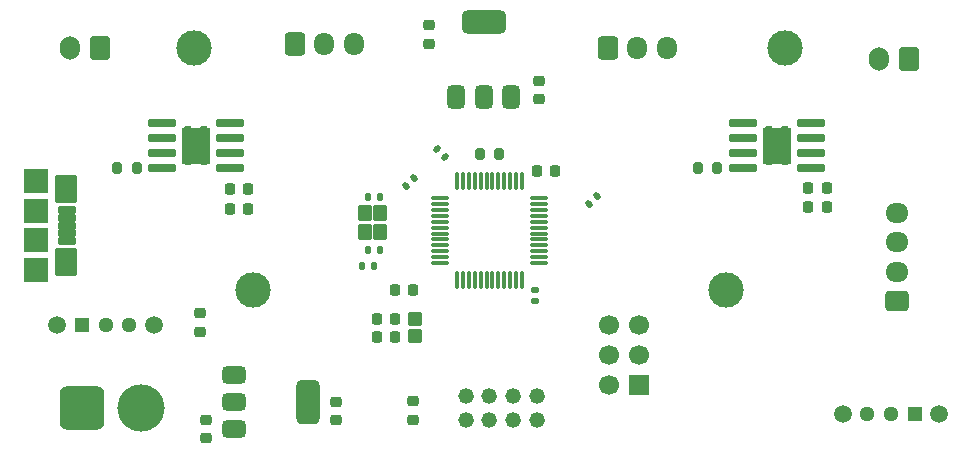
<source format=gts>
G04 #@! TF.GenerationSoftware,KiCad,Pcbnew,9.0.2+dfsg-1*
G04 #@! TF.CreationDate,2025-08-18T20:52:40-04:00*
G04 #@! TF.ProjectId,Complex_Controller_V1,436f6d70-6c65-4785-9f43-6f6e74726f6c,rev?*
G04 #@! TF.SameCoordinates,Original*
G04 #@! TF.FileFunction,Soldermask,Top*
G04 #@! TF.FilePolarity,Negative*
%FSLAX46Y46*%
G04 Gerber Fmt 4.6, Leading zero omitted, Abs format (unit mm)*
G04 Created by KiCad (PCBNEW 9.0.2+dfsg-1) date 2025-08-18 20:52:40*
%MOMM*%
%LPD*%
G01*
G04 APERTURE LIST*
G04 Aperture macros list*
%AMRoundRect*
0 Rectangle with rounded corners*
0 $1 Rounding radius*
0 $2 $3 $4 $5 $6 $7 $8 $9 X,Y pos of 4 corners*
0 Add a 4 corners polygon primitive as box body*
4,1,4,$2,$3,$4,$5,$6,$7,$8,$9,$2,$3,0*
0 Add four circle primitives for the rounded corners*
1,1,$1+$1,$2,$3*
1,1,$1+$1,$4,$5*
1,1,$1+$1,$6,$7*
1,1,$1+$1,$8,$9*
0 Add four rect primitives between the rounded corners*
20,1,$1+$1,$2,$3,$4,$5,0*
20,1,$1+$1,$4,$5,$6,$7,0*
20,1,$1+$1,$6,$7,$8,$9,0*
20,1,$1+$1,$8,$9,$2,$3,0*%
G04 Aperture macros list end*
%ADD10O,1.700000X1.950000*%
%ADD11RoundRect,0.250000X-0.600000X-0.725000X0.600000X-0.725000X0.600000X0.725000X-0.600000X0.725000X0*%
%ADD12O,1.950000X1.700000*%
%ADD13RoundRect,0.250000X0.725000X-0.600000X0.725000X0.600000X-0.725000X0.600000X-0.725000X-0.600000X0*%
%ADD14RoundRect,0.140000X-0.170000X0.140000X-0.170000X-0.140000X0.170000X-0.140000X0.170000X0.140000X0*%
%ADD15RoundRect,0.075000X-0.075000X-0.662500X0.075000X-0.662500X0.075000X0.662500X-0.075000X0.662500X0*%
%ADD16RoundRect,0.075000X-0.662500X-0.075000X0.662500X-0.075000X0.662500X0.075000X-0.662500X0.075000X0*%
%ADD17RoundRect,0.102000X-0.675000X0.200000X-0.675000X-0.200000X0.675000X-0.200000X0.675000X0.200000X0*%
%ADD18RoundRect,0.102000X-0.800000X1.050000X-0.800000X-1.050000X0.800000X-1.050000X0.800000X1.050000X0*%
%ADD19RoundRect,0.102000X-0.950000X0.950000X-0.950000X-0.950000X0.950000X-0.950000X0.950000X0.950000X0*%
%ADD20RoundRect,0.102000X-0.950000X0.900000X-0.950000X-0.900000X0.950000X-0.900000X0.950000X0.900000X0*%
%ADD21RoundRect,0.225000X0.250000X-0.225000X0.250000X0.225000X-0.250000X0.225000X-0.250000X-0.225000X0*%
%ADD22R,1.700000X1.700000*%
%ADD23C,1.700000*%
%ADD24RoundRect,0.225000X-0.225000X-0.250000X0.225000X-0.250000X0.225000X0.250000X-0.225000X0.250000X0*%
%ADD25RoundRect,0.200000X-0.200000X-0.275000X0.200000X-0.275000X0.200000X0.275000X-0.200000X0.275000X0*%
%ADD26C,3.000000*%
%ADD27RoundRect,0.760000X-1.140000X-1.140000X1.140000X-1.140000X1.140000X1.140000X-1.140000X1.140000X0*%
%ADD28C,4.000000*%
%ADD29RoundRect,0.375000X-0.625000X-0.375000X0.625000X-0.375000X0.625000X0.375000X-0.625000X0.375000X0*%
%ADD30RoundRect,0.500000X-0.500000X-1.400000X0.500000X-1.400000X0.500000X1.400000X-0.500000X1.400000X0*%
%ADD31RoundRect,0.225000X0.225000X0.250000X-0.225000X0.250000X-0.225000X-0.250000X0.225000X-0.250000X0*%
%ADD32RoundRect,0.375000X0.375000X-0.625000X0.375000X0.625000X-0.375000X0.625000X-0.375000X-0.625000X0*%
%ADD33RoundRect,0.500000X1.400000X-0.500000X1.400000X0.500000X-1.400000X0.500000X-1.400000X-0.500000X0*%
%ADD34RoundRect,0.140000X0.021213X-0.219203X0.219203X-0.021213X-0.021213X0.219203X-0.219203X0.021213X0*%
%ADD35RoundRect,0.140000X-0.140000X-0.170000X0.140000X-0.170000X0.140000X0.170000X-0.140000X0.170000X0*%
%ADD36RoundRect,0.225000X-0.250000X0.225000X-0.250000X-0.225000X0.250000X-0.225000X0.250000X0.225000X0*%
%ADD37RoundRect,0.140000X0.140000X0.170000X-0.140000X0.170000X-0.140000X-0.170000X0.140000X-0.170000X0*%
%ADD38RoundRect,0.218750X0.256250X-0.218750X0.256250X0.218750X-0.256250X0.218750X-0.256250X-0.218750X0*%
%ADD39RoundRect,0.102000X0.500000X0.550000X-0.500000X0.550000X-0.500000X-0.550000X0.500000X-0.550000X0*%
%ADD40RoundRect,0.140000X0.219203X0.021213X0.021213X0.219203X-0.219203X-0.021213X-0.021213X-0.219203X0*%
%ADD41C,1.320800*%
%ADD42RoundRect,0.102000X0.485000X-0.500000X0.485000X0.500000X-0.485000X0.500000X-0.485000X-0.500000X0*%
%ADD43RoundRect,0.200000X0.200000X0.275000X-0.200000X0.275000X-0.200000X-0.275000X0.200000X-0.275000X0*%
%ADD44R,2.400000X3.100000*%
%ADD45RoundRect,0.070000X-1.100000X-0.250000X1.100000X-0.250000X1.100000X0.250000X-1.100000X0.250000X0*%
%ADD46C,0.770000*%
%ADD47R,1.295400X1.295400*%
%ADD48C,1.295400*%
%ADD49C,1.498600*%
%ADD50RoundRect,0.250000X0.600000X0.750000X-0.600000X0.750000X-0.600000X-0.750000X0.600000X-0.750000X0*%
%ADD51O,1.700000X2.000000*%
G04 APERTURE END LIST*
D10*
X136825000Y-88200000D03*
X134325000Y-88200000D03*
D11*
X131825000Y-88200000D03*
D12*
X182825000Y-102500000D03*
X182825000Y-105000000D03*
X182825000Y-107500000D03*
D13*
X182825000Y-110000000D03*
D14*
X152220267Y-109961000D03*
X152220267Y-109001000D03*
D15*
X145575000Y-99837500D03*
X146075000Y-99837500D03*
X146575000Y-99837500D03*
X147075000Y-99837500D03*
X147575000Y-99837500D03*
X148075000Y-99837500D03*
X148575000Y-99837500D03*
X149075000Y-99837500D03*
X149575000Y-99837500D03*
X150075000Y-99837500D03*
X150575000Y-99837500D03*
X151075000Y-99837500D03*
D16*
X152487500Y-101250000D03*
X152487500Y-101750000D03*
X152487500Y-102250000D03*
X152487500Y-102750000D03*
X152487500Y-103250000D03*
X152487500Y-103750000D03*
X152487500Y-104250000D03*
X152487500Y-104750000D03*
X152487500Y-105250000D03*
X152487500Y-105750000D03*
X152487500Y-106250000D03*
X152487500Y-106750000D03*
D15*
X151075000Y-108162500D03*
X150575000Y-108162500D03*
X150075000Y-108162500D03*
X149575000Y-108162500D03*
X149075000Y-108162500D03*
X148575000Y-108162500D03*
X148075000Y-108162500D03*
X147575000Y-108162500D03*
X147075000Y-108162500D03*
X146575000Y-108162500D03*
X146075000Y-108162500D03*
X145575000Y-108162500D03*
D16*
X144162500Y-106750000D03*
X144162500Y-106250000D03*
X144162500Y-105750000D03*
X144162500Y-105250000D03*
X144162500Y-104750000D03*
X144162500Y-104250000D03*
X144162500Y-103750000D03*
X144162500Y-103250000D03*
X144162500Y-102750000D03*
X144162500Y-102250000D03*
X144162500Y-101750000D03*
X144162500Y-101250000D03*
D17*
X112567349Y-103576281D03*
X112567349Y-102926281D03*
X112567349Y-104226281D03*
X112567349Y-102276281D03*
X112567349Y-104876281D03*
D18*
X112442349Y-100476281D03*
X112442349Y-106676281D03*
D19*
X109892349Y-102376281D03*
X109892349Y-104776281D03*
D20*
X109892349Y-99776281D03*
X109892349Y-107376281D03*
D21*
X141849402Y-120000000D03*
X141849402Y-118450000D03*
D22*
X161000000Y-117040000D03*
D23*
X158460000Y-117040000D03*
X161000000Y-114500000D03*
X158460000Y-114500000D03*
X161000000Y-111960000D03*
X158460000Y-111960000D03*
D24*
X152325000Y-98979673D03*
X153875000Y-98979673D03*
D25*
X116818185Y-98703894D03*
X118468185Y-98703894D03*
D26*
X173325000Y-88500000D03*
X123325000Y-88500000D03*
D27*
X113825000Y-119000000D03*
D28*
X118825000Y-119000000D03*
D29*
X126675000Y-116200000D03*
X126675000Y-118500000D03*
D30*
X132975000Y-118500000D03*
D29*
X126675000Y-120800000D03*
D31*
X141875000Y-109000000D03*
X140325000Y-109000000D03*
D32*
X145525000Y-92650000D03*
X147825000Y-92650000D03*
D33*
X147825000Y-86350000D03*
D32*
X150125000Y-92650000D03*
D34*
X156745189Y-101745189D03*
X157424011Y-101066367D03*
D35*
X138065003Y-105650000D03*
X139025003Y-105650000D03*
D36*
X124325000Y-120000000D03*
X124325000Y-121550000D03*
D31*
X140325000Y-113030000D03*
X138775000Y-113030000D03*
D26*
X168325000Y-109000000D03*
D36*
X143216402Y-86628356D03*
X143216402Y-88178356D03*
D37*
X138530000Y-107000000D03*
X137570000Y-107000000D03*
D38*
X123825000Y-112575000D03*
X123825000Y-111000000D03*
D39*
X139025003Y-104150000D03*
X139025002Y-102500000D03*
X137774999Y-102500000D03*
X137775000Y-104150000D03*
D40*
X144565925Y-97809075D03*
X143887103Y-97130255D03*
D36*
X135325000Y-118522986D03*
X135325000Y-120072986D03*
D25*
X165963263Y-98703894D03*
X167613263Y-98703894D03*
D41*
X146325000Y-118000000D03*
X146325000Y-120000001D03*
X148324999Y-118000000D03*
X148324999Y-120000001D03*
X150325000Y-118000000D03*
X150325000Y-120000001D03*
X152324998Y-118000000D03*
X152324998Y-120000001D03*
D42*
X142003832Y-112962753D03*
X142003832Y-111492753D03*
D37*
X139025003Y-101150000D03*
X138065003Y-101150000D03*
D34*
X141263470Y-100213470D03*
X141942292Y-99534648D03*
D43*
X149150000Y-97500000D03*
X147500000Y-97500000D03*
D44*
X172675000Y-96800000D03*
D45*
X169800000Y-94895000D03*
X169800000Y-96165000D03*
X169800000Y-97435000D03*
X169800000Y-98705000D03*
X175550000Y-98705000D03*
X175550000Y-97435000D03*
X175550000Y-96165000D03*
X175550000Y-94895000D03*
D46*
X172025000Y-95500000D03*
X172025000Y-96800000D03*
X172025000Y-98100000D03*
X173325000Y-95500000D03*
X173325000Y-96800000D03*
X173325000Y-98100000D03*
D21*
X152553147Y-92846280D03*
X152553147Y-91296280D03*
D31*
X176864991Y-100421212D03*
X175314991Y-100421212D03*
D44*
X123475000Y-96800000D03*
D45*
X120600000Y-94895000D03*
X120600000Y-96165000D03*
X120600000Y-97435000D03*
X120600000Y-98705000D03*
X126350000Y-98705000D03*
X126350000Y-97435000D03*
X126350000Y-96165000D03*
X126350000Y-94895000D03*
D46*
X122825000Y-95500000D03*
X122825000Y-96800000D03*
X122825000Y-98100000D03*
X124125000Y-95500000D03*
X124125000Y-96800000D03*
X124125000Y-98100000D03*
D47*
X184325000Y-119500000D03*
D48*
X182325000Y-119500000D03*
X180324999Y-119500000D03*
D49*
X186425001Y-119500000D03*
X178225000Y-119500000D03*
D11*
X158325000Y-88500000D03*
D10*
X160825000Y-88500000D03*
X163325000Y-88500000D03*
D50*
X115325000Y-88500000D03*
D51*
X112825000Y-88500000D03*
D31*
X140314860Y-111455590D03*
X138764860Y-111455590D03*
D47*
X113824999Y-112000000D03*
D48*
X115824999Y-112000000D03*
X117825000Y-112000000D03*
D49*
X111724998Y-112000000D03*
X119924999Y-112000000D03*
D26*
X128325000Y-109000000D03*
D31*
X127897507Y-102191327D03*
X126347507Y-102191327D03*
D50*
X183825000Y-89500000D03*
D51*
X181325000Y-89500000D03*
D31*
X127875000Y-100500000D03*
X126325000Y-100500000D03*
X176875000Y-102000000D03*
X175325000Y-102000000D03*
M02*

</source>
